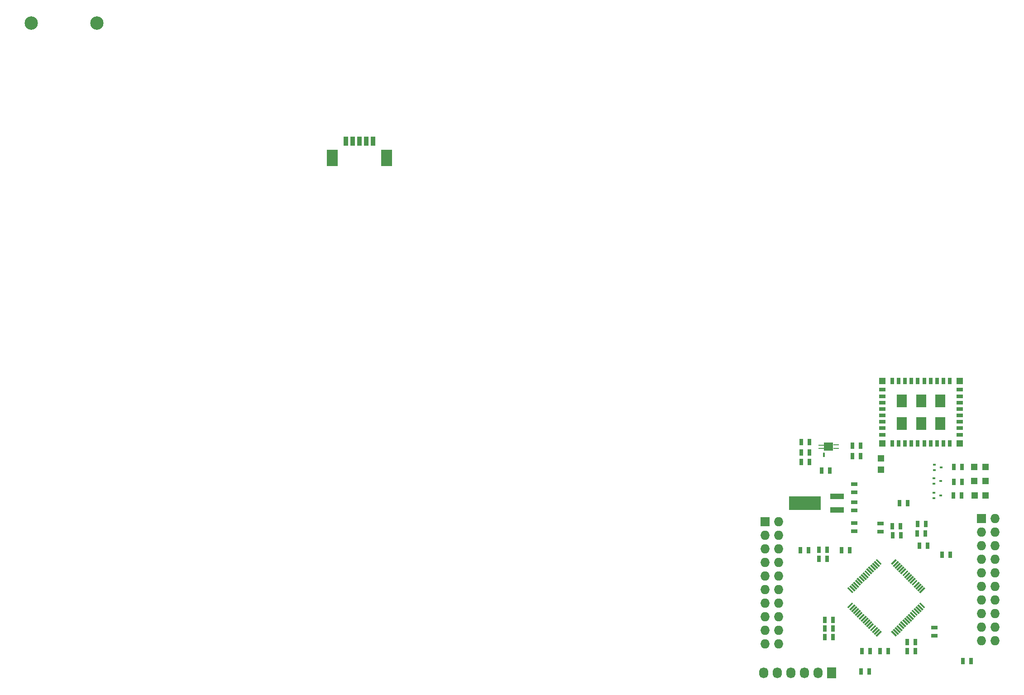
<source format=gtl>
%FSLAX46Y46*%
G04 Gerber Fmt 4.6, Leading zero omitted, Abs format (unit mm)*
G04 Created by KiCad (PCBNEW (2014-jul-16 BZR unknown)-product) date Mon 18 Aug 2014 12:37:27 PM MDT*
%MOMM*%
G01*
G04 APERTURE LIST*
%ADD10C,0.100000*%
%ADD11R,1.900000X2.400000*%
%ADD12R,1.200000X1.200000*%
%ADD13R,0.700000X1.200000*%
%ADD14R,1.200000X0.700000*%
%ADD15R,1.727200X1.727200*%
%ADD16O,1.727200X1.727200*%
%ADD17R,1.198880X1.198880*%
%ADD18R,1.727200X2.032000*%
%ADD19O,1.727200X2.032000*%
%ADD20R,2.500000X1.000000*%
%ADD21R,6.000000X2.500000*%
%ADD22R,0.635000X1.143000*%
%ADD23R,1.143000X0.635000*%
%ADD24R,0.508000X0.356000*%
%ADD25R,0.812800X1.778000*%
%ADD26R,2.032000X3.048000*%
%ADD27C,2.499360*%
%ADD28R,1.750000X1.500000*%
%ADD29C,0.330200*%
%ADD30C,0.400000*%
%ADD31R,1.025000X0.280000*%
%ADD32C,0.350000*%
%ADD33R,0.350000X0.675000*%
G04 APERTURE END LIST*
D10*
G36*
X156610821Y-113741278D02*
X155691242Y-112821699D01*
X155939097Y-112573844D01*
X156858676Y-113493423D01*
X156610821Y-113741278D01*
X156610821Y-113741278D01*
G37*
G36*
X156964643Y-113387456D02*
X156045064Y-112467877D01*
X156292919Y-112220022D01*
X157212498Y-113139601D01*
X156964643Y-113387456D01*
X156964643Y-113387456D01*
G37*
G36*
X157318465Y-113033634D02*
X156398886Y-112114055D01*
X156646741Y-111866200D01*
X157566320Y-112785779D01*
X157318465Y-113033634D01*
X157318465Y-113033634D01*
G37*
G36*
X157672287Y-112679812D02*
X156752708Y-111760233D01*
X157000563Y-111512378D01*
X157920142Y-112431957D01*
X157672287Y-112679812D01*
X157672287Y-112679812D01*
G37*
G36*
X158026109Y-112325990D02*
X157106530Y-111406411D01*
X157354385Y-111158556D01*
X158273964Y-112078135D01*
X158026109Y-112325990D01*
X158026109Y-112325990D01*
G37*
G36*
X155551150Y-114800949D02*
X154631571Y-113881370D01*
X154879426Y-113633515D01*
X155799005Y-114553094D01*
X155551150Y-114800949D01*
X155551150Y-114800949D01*
G37*
G36*
X155903176Y-114448923D02*
X154983597Y-113529344D01*
X155231452Y-113281489D01*
X156151031Y-114201068D01*
X155903176Y-114448923D01*
X155903176Y-114448923D01*
G37*
G36*
X156256998Y-114095100D02*
X155337419Y-113175521D01*
X155585274Y-112927666D01*
X156504853Y-113847245D01*
X156256998Y-114095100D01*
X156256998Y-114095100D01*
G37*
G36*
X160181370Y-106668429D02*
X159933515Y-106420574D01*
X160853094Y-105500995D01*
X161100949Y-105748850D01*
X160181370Y-106668429D01*
X160181370Y-106668429D01*
G37*
G36*
X159829344Y-106316403D02*
X159581489Y-106068548D01*
X160501068Y-105148969D01*
X160748923Y-105396824D01*
X159829344Y-106316403D01*
X159829344Y-106316403D01*
G37*
G36*
X159475521Y-105962581D02*
X159227666Y-105714726D01*
X160147245Y-104795147D01*
X160395100Y-105043002D01*
X159475521Y-105962581D01*
X159475521Y-105962581D01*
G37*
G36*
X159121699Y-105608758D02*
X158873844Y-105360903D01*
X159793423Y-104441324D01*
X160041278Y-104689179D01*
X159121699Y-105608758D01*
X159121699Y-105608758D01*
G37*
G36*
X158767877Y-105254936D02*
X158520022Y-105007081D01*
X159439601Y-104087502D01*
X159687456Y-104335357D01*
X158767877Y-105254936D01*
X158767877Y-105254936D01*
G37*
G36*
X158414055Y-104901114D02*
X158166200Y-104653259D01*
X159085779Y-103733680D01*
X159333634Y-103981535D01*
X158414055Y-104901114D01*
X158414055Y-104901114D01*
G37*
G36*
X158060233Y-104547292D02*
X157812378Y-104299437D01*
X158731957Y-103379858D01*
X158979812Y-103627713D01*
X158060233Y-104547292D01*
X158060233Y-104547292D01*
G37*
G36*
X157706411Y-104193470D02*
X157458556Y-103945615D01*
X158378135Y-103026036D01*
X158625990Y-103273891D01*
X157706411Y-104193470D01*
X157706411Y-104193470D01*
G37*
G36*
X152720574Y-101366485D02*
X151800995Y-100446906D01*
X152048850Y-100199051D01*
X152968429Y-101118630D01*
X152720574Y-101366485D01*
X152720574Y-101366485D01*
G37*
G36*
X152368548Y-101718511D02*
X151448969Y-100798932D01*
X151696824Y-100551077D01*
X152616403Y-101470656D01*
X152368548Y-101718511D01*
X152368548Y-101718511D01*
G37*
G36*
X152014726Y-102072334D02*
X151095147Y-101152755D01*
X151343002Y-100904900D01*
X152262581Y-101824479D01*
X152014726Y-102072334D01*
X152014726Y-102072334D01*
G37*
G36*
X151660903Y-102426156D02*
X150741324Y-101506577D01*
X150989179Y-101258722D01*
X151908758Y-102178301D01*
X151660903Y-102426156D01*
X151660903Y-102426156D01*
G37*
G36*
X151307081Y-102779978D02*
X150387502Y-101860399D01*
X150635357Y-101612544D01*
X151554936Y-102532123D01*
X151307081Y-102779978D01*
X151307081Y-102779978D01*
G37*
G36*
X150953259Y-103133800D02*
X150033680Y-102214221D01*
X150281535Y-101966366D01*
X151201114Y-102885945D01*
X150953259Y-103133800D01*
X150953259Y-103133800D01*
G37*
G36*
X150599437Y-103487622D02*
X149679858Y-102568043D01*
X149927713Y-102320188D01*
X150847292Y-103239767D01*
X150599437Y-103487622D01*
X150599437Y-103487622D01*
G37*
G36*
X150245615Y-103841444D02*
X149326036Y-102921865D01*
X149573891Y-102674010D01*
X150493470Y-103593589D01*
X150245615Y-103841444D01*
X150245615Y-103841444D01*
G37*
G36*
X146746906Y-109499005D02*
X146499051Y-109251150D01*
X147418630Y-108331571D01*
X147666485Y-108579426D01*
X146746906Y-109499005D01*
X146746906Y-109499005D01*
G37*
G36*
X147098932Y-109851031D02*
X146851077Y-109603176D01*
X147770656Y-108683597D01*
X148018511Y-108931452D01*
X147098932Y-109851031D01*
X147098932Y-109851031D01*
G37*
G36*
X147452755Y-110204853D02*
X147204900Y-109956998D01*
X148124479Y-109037419D01*
X148372334Y-109285274D01*
X147452755Y-110204853D01*
X147452755Y-110204853D01*
G37*
G36*
X147806577Y-110558676D02*
X147558722Y-110310821D01*
X148478301Y-109391242D01*
X148726156Y-109639097D01*
X147806577Y-110558676D01*
X147806577Y-110558676D01*
G37*
G36*
X148160399Y-110912498D02*
X147912544Y-110664643D01*
X148832123Y-109745064D01*
X149079978Y-109992919D01*
X148160399Y-110912498D01*
X148160399Y-110912498D01*
G37*
G36*
X148514221Y-111266320D02*
X148266366Y-111018465D01*
X149185945Y-110098886D01*
X149433800Y-110346741D01*
X148514221Y-111266320D01*
X148514221Y-111266320D01*
G37*
G36*
X148868043Y-111620142D02*
X148620188Y-111372287D01*
X149539767Y-110452708D01*
X149787622Y-110700563D01*
X148868043Y-111620142D01*
X148868043Y-111620142D01*
G37*
G36*
X149221865Y-111973964D02*
X148974010Y-111726109D01*
X149893589Y-110806530D01*
X150141444Y-111054385D01*
X149221865Y-111973964D01*
X149221865Y-111973964D01*
G37*
G36*
X158378135Y-111973964D02*
X157458556Y-111054385D01*
X157706411Y-110806530D01*
X158625990Y-111726109D01*
X158378135Y-111973964D01*
X158378135Y-111973964D01*
G37*
G36*
X158731957Y-111620142D02*
X157812378Y-110700563D01*
X158060233Y-110452708D01*
X158979812Y-111372287D01*
X158731957Y-111620142D01*
X158731957Y-111620142D01*
G37*
G36*
X159085779Y-111266320D02*
X158166200Y-110346741D01*
X158414055Y-110098886D01*
X159333634Y-111018465D01*
X159085779Y-111266320D01*
X159085779Y-111266320D01*
G37*
G36*
X157354385Y-103841444D02*
X157106530Y-103593589D01*
X158026109Y-102674010D01*
X158273964Y-102921865D01*
X157354385Y-103841444D01*
X157354385Y-103841444D01*
G37*
G36*
X157000563Y-103487622D02*
X156752708Y-103239767D01*
X157672287Y-102320188D01*
X157920142Y-102568043D01*
X157000563Y-103487622D01*
X157000563Y-103487622D01*
G37*
G36*
X156646741Y-103133800D02*
X156398886Y-102885945D01*
X157318465Y-101966366D01*
X157566320Y-102214221D01*
X156646741Y-103133800D01*
X156646741Y-103133800D01*
G37*
G36*
X149893589Y-104193470D02*
X148974010Y-103273891D01*
X149221865Y-103026036D01*
X150141444Y-103945615D01*
X149893589Y-104193470D01*
X149893589Y-104193470D01*
G37*
G36*
X149539767Y-104547292D02*
X148620188Y-103627713D01*
X148868043Y-103379858D01*
X149787622Y-104299437D01*
X149539767Y-104547292D01*
X149539767Y-104547292D01*
G37*
G36*
X149185945Y-104901114D02*
X148266366Y-103981535D01*
X148514221Y-103733680D01*
X149433800Y-104653259D01*
X149185945Y-104901114D01*
X149185945Y-104901114D01*
G37*
G36*
X149573891Y-112325990D02*
X149326036Y-112078135D01*
X150245615Y-111158556D01*
X150493470Y-111406411D01*
X149573891Y-112325990D01*
X149573891Y-112325990D01*
G37*
G36*
X149927713Y-112679812D02*
X149679858Y-112431957D01*
X150599437Y-111512378D01*
X150847292Y-111760233D01*
X149927713Y-112679812D01*
X149927713Y-112679812D01*
G37*
G36*
X150281535Y-113033634D02*
X150033680Y-112785779D01*
X150953259Y-111866200D01*
X151201114Y-112114055D01*
X150281535Y-113033634D01*
X150281535Y-113033634D01*
G37*
G36*
X159439601Y-110912498D02*
X158520022Y-109992919D01*
X158767877Y-109745064D01*
X159687456Y-110664643D01*
X159439601Y-110912498D01*
X159439601Y-110912498D01*
G37*
G36*
X159793423Y-110558676D02*
X158873844Y-109639097D01*
X159121699Y-109391242D01*
X160041278Y-110310821D01*
X159793423Y-110558676D01*
X159793423Y-110558676D01*
G37*
G36*
X160147245Y-110204853D02*
X159227666Y-109285274D01*
X159475521Y-109037419D01*
X160395100Y-109956998D01*
X160147245Y-110204853D01*
X160147245Y-110204853D01*
G37*
G36*
X160501068Y-109851031D02*
X159581489Y-108931452D01*
X159829344Y-108683597D01*
X160748923Y-109603176D01*
X160501068Y-109851031D01*
X160501068Y-109851031D01*
G37*
G36*
X160853094Y-109499005D02*
X159933515Y-108579426D01*
X160181370Y-108331571D01*
X161100949Y-109251150D01*
X160853094Y-109499005D01*
X160853094Y-109499005D01*
G37*
G36*
X156292919Y-102779978D02*
X156045064Y-102532123D01*
X156964643Y-101612544D01*
X157212498Y-101860399D01*
X156292919Y-102779978D01*
X156292919Y-102779978D01*
G37*
G36*
X155939097Y-102426156D02*
X155691242Y-102178301D01*
X156610821Y-101258722D01*
X156858676Y-101506577D01*
X155939097Y-102426156D01*
X155939097Y-102426156D01*
G37*
G36*
X155585274Y-102072334D02*
X155337419Y-101824479D01*
X156256998Y-100904900D01*
X156504853Y-101152755D01*
X155585274Y-102072334D01*
X155585274Y-102072334D01*
G37*
G36*
X155231452Y-101718511D02*
X154983597Y-101470656D01*
X155903176Y-100551077D01*
X156151031Y-100798932D01*
X155231452Y-101718511D01*
X155231452Y-101718511D01*
G37*
G36*
X154879426Y-101366485D02*
X154631571Y-101118630D01*
X155551150Y-100199051D01*
X155799005Y-100446906D01*
X154879426Y-101366485D01*
X154879426Y-101366485D01*
G37*
G36*
X148832123Y-105254936D02*
X147912544Y-104335357D01*
X148160399Y-104087502D01*
X149079978Y-105007081D01*
X148832123Y-105254936D01*
X148832123Y-105254936D01*
G37*
G36*
X148478301Y-105608758D02*
X147558722Y-104689179D01*
X147806577Y-104441324D01*
X148726156Y-105360903D01*
X148478301Y-105608758D01*
X148478301Y-105608758D01*
G37*
G36*
X148124479Y-105962581D02*
X147204900Y-105043002D01*
X147452755Y-104795147D01*
X148372334Y-105714726D01*
X148124479Y-105962581D01*
X148124479Y-105962581D01*
G37*
G36*
X147770656Y-106316403D02*
X146851077Y-105396824D01*
X147098932Y-105148969D01*
X148018511Y-106068548D01*
X147770656Y-106316403D01*
X147770656Y-106316403D01*
G37*
G36*
X147418630Y-106668429D02*
X146499051Y-105748850D01*
X146746906Y-105500995D01*
X147666485Y-106420574D01*
X147418630Y-106668429D01*
X147418630Y-106668429D01*
G37*
G36*
X150635357Y-113387456D02*
X150387502Y-113139601D01*
X151307081Y-112220022D01*
X151554936Y-112467877D01*
X150635357Y-113387456D01*
X150635357Y-113387456D01*
G37*
G36*
X150989179Y-113741278D02*
X150741324Y-113493423D01*
X151660903Y-112573844D01*
X151908758Y-112821699D01*
X150989179Y-113741278D01*
X150989179Y-113741278D01*
G37*
G36*
X151343002Y-114095100D02*
X151095147Y-113847245D01*
X152014726Y-112927666D01*
X152262581Y-113175521D01*
X151343002Y-114095100D01*
X151343002Y-114095100D01*
G37*
G36*
X151696824Y-114448923D02*
X151448969Y-114201068D01*
X152368548Y-113281489D01*
X152616403Y-113529344D01*
X151696824Y-114448923D01*
X151696824Y-114448923D01*
G37*
G36*
X152048850Y-114800949D02*
X151800995Y-114553094D01*
X152720574Y-113633515D01*
X152968429Y-113881370D01*
X152048850Y-114800949D01*
X152048850Y-114800949D01*
G37*
D11*
X156700000Y-74950000D03*
X160300000Y-74950000D03*
X163900000Y-74950000D03*
X156700000Y-70650000D03*
X160300000Y-70650000D03*
X163900000Y-70650000D03*
D12*
X167550000Y-78650000D03*
X167550000Y-66950000D03*
X153050000Y-66950000D03*
X153050000Y-78650000D03*
D13*
X154900000Y-78650000D03*
X156100000Y-78650000D03*
X157300000Y-78650000D03*
X158500000Y-78650000D03*
X159700000Y-78650000D03*
X160900000Y-78650000D03*
X162100000Y-78650000D03*
X163300000Y-78650000D03*
X164500000Y-78650000D03*
X165700000Y-78650000D03*
D14*
X167550000Y-77000000D03*
X167550000Y-75800000D03*
X167550000Y-74600000D03*
X167550000Y-73400000D03*
X167550000Y-72200000D03*
X167550000Y-71000000D03*
X167550000Y-69800000D03*
X167550000Y-68600000D03*
D13*
X165700000Y-66950000D03*
X164500000Y-66950000D03*
X163300000Y-66950000D03*
X162100000Y-66950000D03*
X160900000Y-66950000D03*
X159700000Y-66950000D03*
X158500000Y-66950000D03*
X157300000Y-66950000D03*
X156100000Y-66950000D03*
X154900000Y-66950000D03*
D14*
X153050000Y-68600000D03*
X153050000Y-69800000D03*
X153050000Y-71000000D03*
X153050000Y-72200000D03*
X153050000Y-73400000D03*
X153050000Y-74600000D03*
X153050000Y-75800000D03*
X153050000Y-77000000D03*
D15*
X131130000Y-93270000D03*
D16*
X133670000Y-93270000D03*
X131130000Y-95810000D03*
X133670000Y-95810000D03*
X131130000Y-98350000D03*
X133670000Y-98350000D03*
X131130000Y-100890000D03*
X133670000Y-100890000D03*
X131130000Y-103430000D03*
X133670000Y-103430000D03*
X131130000Y-105970000D03*
X133670000Y-105970000D03*
X131130000Y-108510000D03*
X133670000Y-108510000D03*
X131130000Y-111050000D03*
X133670000Y-111050000D03*
X131130000Y-113590000D03*
X133670000Y-113590000D03*
X131130000Y-116130000D03*
X133670000Y-116130000D03*
D15*
X171630000Y-92670000D03*
D16*
X174170000Y-92670000D03*
X171630000Y-95210000D03*
X174170000Y-95210000D03*
X171630000Y-97750000D03*
X174170000Y-97750000D03*
X171630000Y-100290000D03*
X174170000Y-100290000D03*
X171630000Y-102830000D03*
X174170000Y-102830000D03*
X171630000Y-105370000D03*
X174170000Y-105370000D03*
X171630000Y-107910000D03*
X174170000Y-107910000D03*
X171630000Y-110450000D03*
X174170000Y-110450000D03*
X171630000Y-112990000D03*
X174170000Y-112990000D03*
X171630000Y-115530000D03*
X174170000Y-115530000D03*
D17*
X152800000Y-81450980D03*
X152800000Y-83549020D03*
D18*
X143550000Y-121600000D03*
D19*
X141010000Y-121600000D03*
X138470000Y-121600000D03*
X135930000Y-121600000D03*
X133390000Y-121600000D03*
X130850000Y-121600000D03*
D20*
X144600000Y-88530000D03*
X144600000Y-91070000D03*
D21*
X138600000Y-89800000D03*
D22*
X164238000Y-99500000D03*
X165762000Y-99500000D03*
X156238000Y-89800000D03*
X157762000Y-89800000D03*
X166338000Y-88400000D03*
X167862000Y-88400000D03*
X166438000Y-83000000D03*
X167962000Y-83000000D03*
X166438000Y-85800000D03*
X167962000Y-85800000D03*
X168138000Y-119400000D03*
X169662000Y-119400000D03*
X149238000Y-117500000D03*
X150762000Y-117500000D03*
X152638000Y-117500000D03*
X154162000Y-117500000D03*
X159638000Y-93700000D03*
X161162000Y-93700000D03*
X159538000Y-95500000D03*
X161062000Y-95500000D03*
X149038000Y-121300000D03*
X150562000Y-121300000D03*
X137938000Y-78400000D03*
X139462000Y-78400000D03*
X137938000Y-80350000D03*
X139462000Y-80350000D03*
X142762000Y-98500000D03*
X141238000Y-98500000D03*
X147438000Y-81000000D03*
X148962000Y-81000000D03*
D23*
X147800000Y-95062000D03*
X147800000Y-93538000D03*
D22*
X137938000Y-82150000D03*
X139462000Y-82150000D03*
D23*
X152700000Y-93638000D03*
X152700000Y-95162000D03*
D22*
X155038000Y-95800000D03*
X156562000Y-95800000D03*
X142338000Y-111700000D03*
X143862000Y-111700000D03*
X157738000Y-115800000D03*
X159262000Y-115800000D03*
D23*
X162800000Y-113138000D03*
X162800000Y-114662000D03*
D22*
X141238000Y-100200000D03*
X142762000Y-100200000D03*
X157738000Y-117500000D03*
X159262000Y-117500000D03*
X142338000Y-113300000D03*
X143862000Y-113300000D03*
X154938000Y-94100000D03*
X156462000Y-94100000D03*
X142338000Y-114900000D03*
X143862000Y-114900000D03*
X141738000Y-83700000D03*
X143262000Y-83700000D03*
X147438000Y-79100000D03*
X148962000Y-79100000D03*
X160038000Y-97800000D03*
X161562000Y-97800000D03*
D23*
X147800000Y-87762000D03*
X147800000Y-86238000D03*
X147800000Y-91162000D03*
X147800000Y-89638000D03*
D22*
X139262000Y-98600000D03*
X137738000Y-98600000D03*
X146962000Y-98600000D03*
X145438000Y-98600000D03*
D17*
X170250980Y-85650000D03*
X172349020Y-85650000D03*
X170250980Y-83000000D03*
X172349020Y-83000000D03*
X170300980Y-88400000D03*
X172399020Y-88400000D03*
D24*
X163995000Y-88400000D03*
X162700000Y-87900000D03*
X162700000Y-88900000D03*
X164095000Y-83100000D03*
X162800000Y-82600000D03*
X162800000Y-83600000D03*
X163995000Y-85700000D03*
X162700000Y-85200000D03*
X162700000Y-86200000D03*
D25*
X55250000Y-22050000D03*
X53980000Y-22050000D03*
X52710000Y-22050000D03*
D26*
X60330000Y-25225000D03*
X50170000Y-25225000D03*
D25*
X56520000Y-22050000D03*
X57790000Y-22050000D03*
D27*
X-6149340Y0D03*
X6149340Y0D03*
D28*
X143000000Y-79250000D03*
D29*
X142500000Y-78850000D03*
X143500000Y-78850000D03*
X143500000Y-79650000D03*
X142500000Y-79650000D03*
D30*
X143000000Y-79250000D03*
D31*
X141612500Y-78950000D03*
X141612500Y-79575000D03*
X144387500Y-79575000D03*
X144387500Y-78925000D03*
D32*
X142150000Y-80520000D03*
D33*
X142150000Y-80850000D03*
M02*

</source>
